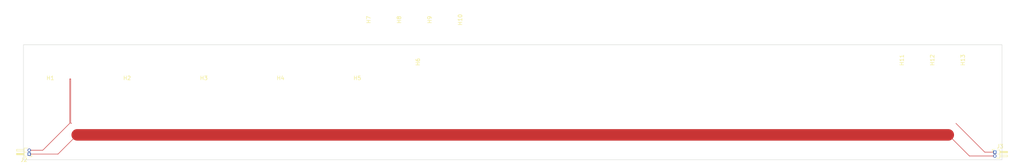
<source format=kicad_pcb>
(kicad_pcb (version 20221018) (generator pcbnew)
  (layers (0 "F.Cu" signal) (31 "B.Cu" signal) (34 "B.Paste" user) (35 "F.Paste" user) (36 "B.SilkS" user "B.Silkscreen") (37 "F.SilkS" user "F.Silkscreen") (38 "B.Mask" user) (39 "F.Mask" user) (44 "Edge.Cuts" user))
  (net 0 "")
  (net 1 "Net-(J2-Pin_1)")
  (net 2 "+3.3VA")
  (footprint "MountingHole:MountingHole_3.2mm_M3" (layer "F.Cu") (at 256.05 54 90)
    (fp_text reference "H12" (at 0 -4.2 90) (layer "F.SilkS"))
    (fp_text value "MountingHole")
    (pad "" np_thru_hole circle (at 0 0 90) (size 3.2 3.2) (drill 3.2) (layers "*.Cu" "*.Mask"))
  )
  (footprint "MountingHole:MountingHole_3.2mm_M3" (layer "F.Cu") (at 22 54.5 180)
    (fp_text reference "H1" (at 0 -4.2) (layer "F.SilkS"))
    (fp_text value "MountingHole")
    (pad "" np_thru_hole circle (at 0 0 180) (size 3.2 3.2) (drill 3.2) (layers "*.Cu" "*.Mask"))
  )
  (footprint "Connector_PinHeader_1.00mm:PinHeader_1x02_P1.00mm_Horizontal" (layer "F.Cu") (at 16.5 78.5 180)
    (fp_text reference "J2" (at 1.375 -1.5) (layer "F.SilkS"))
    (fp_text value "Conn_01x02_Pin")
    (fp_line (start -0.685 -0.685) (end 0 -0.685) (stroke (width 0.12)) (layer "F.SilkS"))
    (fp_line (start -0.685 0) (end -0.685 -0.685) (stroke (width 0.12)) (layer "F.SilkS"))
    (fp_line (start 0.685 -0.56) (end 1.31 -0.56) (stroke (width 0.12)) (layer "F.SilkS"))
    (fp_line (start 0.685 0.5) (end 1.31 0.5) (stroke (width 0.12)) (layer "F.SilkS"))
    (fp_line (start 1.31 -0.56) (end 1.31 1.56) (stroke (width 0.12)) (layer "F.SilkS"))
    (fp_line (start 1.31 -0.21) (end 3.31 -0.21) (stroke (width 0.12)) (layer "F.SilkS"))
    (fp_line (start 1.31 -0.15) (end 3.31 -0.15) (stroke (width 0.12)) (layer "F.SilkS"))
    (fp_line (start 1.31 -0.03) (end 3.31 -0.03) (stroke (width 0.12)) (layer "F.SilkS"))
    (fp_line (start 1.31 0.09) (end 3.31 0.09) (stroke (width 0.12)) (layer "F.SilkS"))
    (fp_line (start 1.31 0.79) (end 3.31 0.79) (stroke (width 0.12)) (layer "F.SilkS"))
    (fp_line (start 1.31 1.56) (end 0.394493 1.56) (stroke (width 0.12)) (layer "F.SilkS"))
    (fp_line (start 3.31 -0.21) (end 3.31 0.21) (stroke (width 0.12)) (layer "F.SilkS"))
    (fp_line (start 3.31 0.21) (end 1.31 0.21) (stroke (width 0.12)) (layer "F.SilkS"))
    (fp_line (start 3.31 0.79) (end 3.31 1.21) (stroke (width 0.12)) (layer "F.SilkS"))
    (fp_line (start 3.31 1.21) (end 1.31 1.21) (stroke (width 0.12)) (layer "F.SilkS"))
    (pad "1" thru_hole rect (at 0 0 180) (size 0.85 0.85) (drill 0.5) (layers "*.Cu" "*.Mask") (net 1 "Net-(J2-Pin_1)"))
    (pad "2" thru_hole oval (at 0 1 180) (size 0.85 0.85) (drill 0.5) (layers "*.Cu" "*.Mask") (net 2 "+3.3VA"))
  )
  (footprint "MountingHole:MountingHole_3.2mm_M3" (layer "F.Cu") (at 109.15 43.5 90)
    (fp_text reference "H7" (at 0 -4.2 90) (layer "F.SilkS"))
    (fp_text value "MountingHole")
    (pad "" np_thru_hole circle (at 0 0 90) (size 3.2 3.2) (drill 3.2) (layers "*.Cu" "*.Mask"))
  )
  (footprint "MountingHole:MountingHole_3.2mm_M3" (layer "F.Cu") (at 122 54.5 90)
    (fp_text reference "H6" (at 0 -4.2 90) (layer "F.SilkS"))
    (fp_text value "MountingHole")
    (pad "" np_thru_hole circle (at 0 0 90) (size 3.2 3.2) (drill 3.2) (layers "*.Cu" "*.Mask"))
  )
  (footprint "Connector_PinHeader_1.00mm:PinHeader_1x02_P1.00mm_Horizontal" (layer "F.Cu") (at 268.125 78)
    (fp_text reference "J3" (at 1.375 -1.5) (layer "F.SilkS"))
    (fp_text value "Conn_01x02_Pin")
    (fp_line (start -0.685 -0.685) (end 0 -0.685) (stroke (width 0.12)) (layer "F.SilkS"))
    (fp_line (start -0.685 0) (end -0.685 -0.685) (stroke (width 0.12)) (layer "F.SilkS"))
    (fp_line (start 0.685 -0.56) (end 1.31 -0.56) (stroke (width 0.12)) (layer "F.SilkS"))
    (fp_line (start 0.685 0.5) (end 1.31 0.5) (stroke (width 0.12)) (layer "F.SilkS"))
    (fp_line (start 1.31 -0.56) (end 1.31 1.56) (stroke (width 0.12)) (layer "F.SilkS"))
    (fp_line (start 1.31 -0.21) (end 3.31 -0.21) (stroke (width 0.12)) (layer "F.SilkS"))
    (fp_line (start 1.31 -0.15) (end 3.31 -0.15) (stroke (width 0.12)) (layer "F.SilkS"))
    (fp_line (start 1.31 -0.03) (end 3.31 -0.03) (stroke (width 0.12)) (layer "F.SilkS"))
    (fp_line (start 1.31 0.09) (end 3.31 0.09) (stroke (width 0.12)) (layer "F.SilkS"))
    (fp_line (start 1.31 0.79) (end 3.31 0.79) (stroke (width 0.12)) (layer "F.SilkS"))
    (fp_line (start 1.31 1.56) (end 0.394493 1.56) (stroke (width 0.12)) (layer "F.SilkS"))
    (fp_line (start 3.31 -0.21) (end 3.31 0.21) (stroke (width 0.12)) (layer "F.SilkS"))
    (fp_line (start 3.31 0.21) (end 1.31 0.21) (stroke (width 0.12)) (layer "F.SilkS"))
    (fp_line (start 3.31 0.79) (end 3.31 1.21) (stroke (width 0.12)) (layer "F.SilkS"))
    (fp_line (start 3.31 1.21) (end 1.31 1.21) (stroke (width 0.12)) (layer "F.SilkS"))
    (pad "1" thru_hole rect (at 0 0) (size 0.85 0.85) (drill 0.5) (layers "*.Cu" "*.Mask") (net 2 "+3.3VA"))
    (pad "2" thru_hole oval (at 0 1) (size 0.85 0.85) (drill 0.5) (layers "*.Cu" "*.Mask") (net 1 "Net-(J2-Pin_1)"))
  )
  (footprint "MountingHole:MountingHole_3.2mm_M3" (layer "F.Cu") (at 102 54.5 180)
    (fp_text reference "H5" (at 0 -4.2) (layer "F.SilkS"))
    (fp_text value "MountingHole")
    (pad "" np_thru_hole circle (at 0 0 180) (size 3.2 3.2) (drill 3.2) (layers "*.Cu" "*.Mask"))
  )
  (footprint "MountingHole:MountingHole_3.2mm_M3" (layer "F.Cu") (at 264 54 90)
    (fp_text reference "H13" (at 0 -4.2 90) (layer "F.SilkS"))
    (fp_text value "MountingHole")
    (pad "" np_thru_hole circle (at 0 0 90) (size 3.2 3.2) (drill 3.2) (layers "*.Cu" "*.Mask"))
  )
  (footprint "MountingHole:MountingHole_3.2mm_M3" (layer "F.Cu") (at 42 54.5 180)
    (fp_text reference "H2" (at 0 -4.2) (layer "F.SilkS"))
    (fp_text value "MountingHole")
    (pad "" np_thru_hole circle (at 0 0 180) (size 3.2 3.2) (drill 3.2) (layers "*.Cu" "*.Mask"))
  )
  (footprint "MountingHole:MountingHole_3.2mm_M3" (layer "F.Cu") (at 125.05 43.5 90)
    (fp_text reference "H9" (at 0 -4.2 90) (layer "F.SilkS"))
    (fp_text value "MountingHole")
    (pad "" np_thru_hole circle (at 0 0 90) (size 3.2 3.2) (drill 3.2) (layers "*.Cu" "*.Mask"))
  )
  (footprint "MountingHole:MountingHole_3.2mm_M3" (layer "F.Cu") (at 62 54.5 180)
    (fp_text reference "H3" (at 0 -4.2) (layer "F.SilkS"))
    (fp_text value "MountingHole")
    (pad "" np_thru_hole circle (at 0 0 180) (size 3.2 3.2) (drill 3.2) (layers "*.Cu" "*.Mask"))
  )
  (footprint "MountingHole:MountingHole_3.2mm_M3" (layer "F.Cu") (at 82 54.5 180)
    (fp_text reference "H4" (at 0 -4.2) (layer "F.SilkS"))
    (fp_text value "MountingHole")
    (pad "" np_thru_hole circle (at 0 0 180) (size 3.2 3.2) (drill 3.2) (layers "*.Cu" "*.Mask"))
  )
  (footprint "MountingHole:MountingHole_3.2mm_M3" (layer "F.Cu") (at 248.1 54 90)
    (fp_text reference "H11" (at 0 -4.2 90) (layer "F.SilkS"))
    (fp_text value "MountingHole")
    (pad "" np_thru_hole circle (at 0 0 90) (size 3.2 3.2) (drill 3.2) (layers "*.Cu" "*.Mask"))
  )
  (footprint "MountingHole:MountingHole_3.2mm_M3" (layer "F.Cu") (at 117.1 43.5 90)
    (fp_text reference "H8" (at 0 -4.2 90) (layer "F.SilkS"))
    (fp_text value "MountingHole")
    (pad "" np_thru_hole circle (at 0 0 90) (size 3.2 3.2) (drill 3.2) (layers "*.Cu" "*.Mask"))
  )
  (footprint "MountingHole:MountingHole_3.2mm_M3" (layer "F.Cu") (at 133 43.5 90)
    (fp_text reference "H10" (at 0 -4.2 90) (layer "F.SilkS"))
    (fp_text value "MountingHole")
    (pad "" np_thru_hole circle (at 0 0 90) (size 3.2 3.2) (drill 3.2) (layers "*.Cu" "*.Mask"))
  )
  (gr_poly (pts (xy 270 80) (xy 270 50) (xy 15 50) (xy 15 80)) (stroke (width 0.1)) (fill none) (layer "Edge.Cuts"))
  (segment (start 24 78.5) (end 29 73.5) (width 0.127) (layer "F.Cu") (net 1))
  (segment (start 256 73.5) (end 29 73.5) (width 3) (layer "F.Cu") (net 1))
  (segment (start 268.125 79) (end 261.5 79) (width 0.127) (layer "F.Cu") (net 1))
  (segment (start 261.5 79) (end 256 73.5) (width 0.127) (layer "F.Cu") (net 1))
  (segment (start 16.5 78.5) (end 24 78.5) (width 0.127) (layer "F.Cu") (net 1))
  (segment (start 27.051 70.485) (end 27.051 58.928) (width 0.127) (layer "F.Cu") (net 2))
  (segment (start 27.305 58.928) (end 27.305 70.485) (width 0.127) (layer "F.Cu") (net 2))
  (segment (start 265.5 78) (end 268.125 78) (width 0.127) (layer "F.Cu") (net 2))
  (segment (start 16.5 77.5) (end 20.036 77.5) (width 0.127) (layer "F.Cu") (net 2))
  (segment (start 27.305 70.485) (end 27.559 70.485) (width 0.127) (layer "F.Cu") (net 2))
  (segment (start 257.985 70.485) (end 265.5 78) (width 0.127) (layer "F.Cu") (net 2))
  (segment (start 20.036 77.5) (end 27.051 70.485) (width 0.127) (layer "F.Cu") (net 2))
  (segment (start 27.051 58.928) (end 27.305 58.928) (width 0.127) (layer "F.Cu") (net 2))
)
</source>
